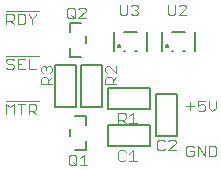
<source format=gto>
G75*
%MOIN*%
%OFA0B0*%
%FSLAX25Y25*%
%IPPOS*%
%LPD*%
%AMOC8*
5,1,8,0,0,1.08239X$1,22.5*
%
%ADD10C,0.00400*%
%ADD11C,0.00600*%
D10*
X0028217Y0011490D02*
X0027617Y0012091D01*
X0027617Y0014493D01*
X0028217Y0015093D01*
X0029418Y0015093D01*
X0030019Y0014493D01*
X0030019Y0012091D01*
X0029418Y0011490D01*
X0028217Y0011490D01*
X0028818Y0012691D02*
X0030019Y0011490D01*
X0031300Y0011490D02*
X0033702Y0011490D01*
X0032501Y0011490D02*
X0032501Y0015093D01*
X0031300Y0013892D01*
X0044117Y0013591D02*
X0044717Y0012990D01*
X0045918Y0012990D01*
X0046519Y0013591D01*
X0047800Y0012990D02*
X0050202Y0012990D01*
X0049001Y0012990D02*
X0049001Y0016593D01*
X0047800Y0015392D01*
X0046519Y0015993D02*
X0045918Y0016593D01*
X0044717Y0016593D01*
X0044117Y0015993D01*
X0044117Y0013591D01*
X0057117Y0017091D02*
X0057717Y0016490D01*
X0058918Y0016490D01*
X0059519Y0017091D01*
X0060800Y0016490D02*
X0063202Y0018892D01*
X0063202Y0019493D01*
X0062602Y0020093D01*
X0061401Y0020093D01*
X0060800Y0019493D01*
X0059519Y0019493D02*
X0058918Y0020093D01*
X0057717Y0020093D01*
X0057117Y0019493D01*
X0057117Y0017091D01*
X0060800Y0016490D02*
X0063202Y0016490D01*
X0066800Y0017493D02*
X0066800Y0015091D01*
X0067401Y0014490D01*
X0068602Y0014490D01*
X0069202Y0015091D01*
X0069202Y0016292D01*
X0068001Y0016292D01*
X0066800Y0017493D02*
X0067401Y0018093D01*
X0068602Y0018093D01*
X0069202Y0017493D01*
X0070483Y0018093D02*
X0072885Y0014490D01*
X0072885Y0018093D01*
X0074166Y0018093D02*
X0075968Y0018093D01*
X0076568Y0017493D01*
X0076568Y0015091D01*
X0075968Y0014490D01*
X0074166Y0014490D01*
X0074166Y0018093D01*
X0070483Y0018093D02*
X0070483Y0014490D01*
X0050202Y0025490D02*
X0047800Y0025490D01*
X0049001Y0025490D02*
X0049001Y0029093D01*
X0047800Y0027892D01*
X0046519Y0027292D02*
X0045918Y0026691D01*
X0044117Y0026691D01*
X0044117Y0025490D02*
X0044117Y0029093D01*
X0045918Y0029093D01*
X0046519Y0028493D01*
X0046519Y0027292D01*
X0045318Y0026691D02*
X0046519Y0025490D01*
X0043400Y0038490D02*
X0039797Y0038490D01*
X0039797Y0040292D01*
X0040397Y0040892D01*
X0041598Y0040892D01*
X0042199Y0040292D01*
X0042199Y0038490D01*
X0042199Y0039691D02*
X0043400Y0040892D01*
X0043400Y0042173D02*
X0040998Y0044575D01*
X0040397Y0044575D01*
X0039797Y0043975D01*
X0039797Y0042774D01*
X0040397Y0042173D01*
X0043400Y0042173D02*
X0043400Y0044575D01*
X0021900Y0043975D02*
X0021900Y0042774D01*
X0021299Y0042173D01*
X0020098Y0043374D02*
X0020098Y0043975D01*
X0020699Y0044575D01*
X0021299Y0044575D01*
X0021900Y0043975D01*
X0020098Y0043975D02*
X0019498Y0044575D01*
X0018897Y0044575D01*
X0018297Y0043975D01*
X0018297Y0042774D01*
X0018897Y0042173D01*
X0018897Y0040892D02*
X0020098Y0040892D01*
X0020699Y0040292D01*
X0020699Y0038490D01*
X0021900Y0038490D02*
X0018297Y0038490D01*
X0018297Y0040292D01*
X0018897Y0040892D01*
X0020699Y0039691D02*
X0021900Y0040892D01*
X0016568Y0043490D02*
X0014166Y0043490D01*
X0014166Y0047093D01*
X0012885Y0047093D02*
X0010483Y0047093D01*
X0010483Y0043490D01*
X0012885Y0043490D01*
X0011684Y0045292D02*
X0010483Y0045292D01*
X0009202Y0044691D02*
X0009202Y0044091D01*
X0008602Y0043490D01*
X0007401Y0043490D01*
X0006800Y0044091D01*
X0007401Y0045292D02*
X0008602Y0045292D01*
X0009202Y0044691D01*
X0007401Y0045292D02*
X0006800Y0045892D01*
X0006800Y0046493D01*
X0007401Y0047093D01*
X0008602Y0047093D01*
X0009202Y0046493D01*
X0006600Y0047890D02*
X0017649Y0047890D01*
X0015367Y0058490D02*
X0015367Y0060292D01*
X0016568Y0061493D01*
X0016568Y0062093D01*
X0017649Y0062890D02*
X0006600Y0062890D01*
X0006800Y0062093D02*
X0008602Y0062093D01*
X0009202Y0061493D01*
X0009202Y0060292D01*
X0008602Y0059691D01*
X0006800Y0059691D01*
X0006800Y0058490D02*
X0006800Y0062093D01*
X0008001Y0059691D02*
X0009202Y0058490D01*
X0010483Y0058490D02*
X0012285Y0058490D01*
X0012885Y0059091D01*
X0012885Y0061493D01*
X0012285Y0062093D01*
X0010483Y0062093D01*
X0010483Y0058490D01*
X0014166Y0061493D02*
X0015367Y0060292D01*
X0014166Y0061493D02*
X0014166Y0062093D01*
X0027117Y0061091D02*
X0027717Y0060490D01*
X0028918Y0060490D01*
X0029519Y0061091D01*
X0029519Y0063493D01*
X0028918Y0064093D01*
X0027717Y0064093D01*
X0027117Y0063493D01*
X0027117Y0061091D01*
X0028318Y0061691D02*
X0029519Y0060490D01*
X0030800Y0060490D02*
X0033202Y0062892D01*
X0033202Y0063493D01*
X0032602Y0064093D01*
X0031401Y0064093D01*
X0030800Y0063493D01*
X0030800Y0060490D02*
X0033202Y0060490D01*
X0044617Y0062091D02*
X0045217Y0061490D01*
X0046418Y0061490D01*
X0047019Y0062091D01*
X0047019Y0065093D01*
X0048300Y0064493D02*
X0048901Y0065093D01*
X0050102Y0065093D01*
X0050702Y0064493D01*
X0050702Y0063892D01*
X0050102Y0063292D01*
X0050702Y0062691D01*
X0050702Y0062091D01*
X0050102Y0061490D01*
X0048901Y0061490D01*
X0048300Y0062091D01*
X0049501Y0063292D02*
X0050102Y0063292D01*
X0044617Y0062091D02*
X0044617Y0065093D01*
X0060617Y0065093D02*
X0060617Y0062091D01*
X0061217Y0061490D01*
X0062418Y0061490D01*
X0063019Y0062091D01*
X0063019Y0065093D01*
X0064300Y0064493D02*
X0064901Y0065093D01*
X0066102Y0065093D01*
X0066702Y0064493D01*
X0066702Y0063892D01*
X0064300Y0061490D01*
X0066702Y0061490D01*
X0070483Y0033093D02*
X0070483Y0031292D01*
X0071684Y0031892D01*
X0072285Y0031892D01*
X0072885Y0031292D01*
X0072885Y0030091D01*
X0072285Y0029490D01*
X0071084Y0029490D01*
X0070483Y0030091D01*
X0069202Y0031292D02*
X0066800Y0031292D01*
X0068001Y0032493D02*
X0068001Y0030091D01*
X0070483Y0033093D02*
X0072885Y0033093D01*
X0074166Y0033093D02*
X0074166Y0030691D01*
X0075367Y0029490D01*
X0076568Y0030691D01*
X0076568Y0033093D01*
X0017649Y0032890D02*
X0006600Y0032890D01*
X0006800Y0032093D02*
X0008001Y0030892D01*
X0009202Y0032093D01*
X0009202Y0028490D01*
X0006800Y0028490D02*
X0006800Y0032093D01*
X0010483Y0032093D02*
X0012885Y0032093D01*
X0011684Y0032093D02*
X0011684Y0028490D01*
X0014166Y0028490D02*
X0014166Y0032093D01*
X0015968Y0032093D01*
X0016568Y0031493D01*
X0016568Y0030292D01*
X0015968Y0029691D01*
X0014166Y0029691D01*
X0015367Y0029691D02*
X0016568Y0028490D01*
D11*
X0023100Y0030790D02*
X0023100Y0044790D01*
X0030100Y0044790D01*
X0030100Y0030790D01*
X0023100Y0030790D01*
X0029616Y0027889D02*
X0033198Y0027889D01*
X0033198Y0024849D01*
X0028002Y0023471D02*
X0028002Y0021109D01*
X0033198Y0019731D02*
X0033198Y0016692D01*
X0029616Y0016692D01*
X0040600Y0017790D02*
X0040600Y0024790D01*
X0054600Y0024790D01*
X0054600Y0017790D01*
X0040600Y0017790D01*
X0056600Y0021290D02*
X0056600Y0035290D01*
X0063600Y0035290D01*
X0063600Y0021290D01*
X0056600Y0021290D01*
X0054600Y0030290D02*
X0054600Y0037290D01*
X0040600Y0037290D01*
X0040600Y0030290D01*
X0054600Y0030290D01*
X0038600Y0030790D02*
X0031600Y0030790D01*
X0031600Y0044790D01*
X0038600Y0044790D01*
X0038600Y0030790D01*
X0031584Y0047692D02*
X0028002Y0047692D01*
X0028002Y0050731D01*
X0033198Y0052109D02*
X0033198Y0054471D01*
X0028002Y0055849D02*
X0028002Y0058889D01*
X0031584Y0058889D01*
X0042502Y0055979D02*
X0042502Y0049601D01*
X0043966Y0051290D02*
X0043968Y0051329D01*
X0043974Y0051368D01*
X0043984Y0051406D01*
X0043997Y0051443D01*
X0044014Y0051478D01*
X0044034Y0051512D01*
X0044058Y0051543D01*
X0044085Y0051572D01*
X0044114Y0051598D01*
X0044146Y0051621D01*
X0044180Y0051641D01*
X0044216Y0051657D01*
X0044253Y0051669D01*
X0044292Y0051678D01*
X0044331Y0051683D01*
X0044370Y0051684D01*
X0044409Y0051681D01*
X0044448Y0051674D01*
X0044485Y0051663D01*
X0044522Y0051649D01*
X0044557Y0051631D01*
X0044590Y0051610D01*
X0044621Y0051585D01*
X0044649Y0051558D01*
X0044674Y0051528D01*
X0044696Y0051495D01*
X0044715Y0051461D01*
X0044730Y0051425D01*
X0044742Y0051387D01*
X0044750Y0051349D01*
X0044754Y0051310D01*
X0044754Y0051270D01*
X0044750Y0051231D01*
X0044742Y0051193D01*
X0044730Y0051155D01*
X0044715Y0051119D01*
X0044696Y0051085D01*
X0044674Y0051052D01*
X0044649Y0051022D01*
X0044621Y0050995D01*
X0044590Y0050970D01*
X0044557Y0050949D01*
X0044522Y0050931D01*
X0044485Y0050917D01*
X0044448Y0050906D01*
X0044409Y0050899D01*
X0044370Y0050896D01*
X0044331Y0050897D01*
X0044292Y0050902D01*
X0044253Y0050911D01*
X0044216Y0050923D01*
X0044180Y0050939D01*
X0044146Y0050959D01*
X0044114Y0050982D01*
X0044085Y0051008D01*
X0044058Y0051037D01*
X0044034Y0051068D01*
X0044014Y0051102D01*
X0043997Y0051137D01*
X0043984Y0051174D01*
X0043974Y0051212D01*
X0043968Y0051251D01*
X0043966Y0051290D01*
X0046045Y0049601D02*
X0046415Y0049601D01*
X0049785Y0049601D02*
X0050155Y0049601D01*
X0053698Y0049601D02*
X0053698Y0055979D01*
X0050155Y0055979D02*
X0046045Y0055979D01*
X0058502Y0055979D02*
X0058502Y0049601D01*
X0059966Y0051290D02*
X0059968Y0051329D01*
X0059974Y0051368D01*
X0059984Y0051406D01*
X0059997Y0051443D01*
X0060014Y0051478D01*
X0060034Y0051512D01*
X0060058Y0051543D01*
X0060085Y0051572D01*
X0060114Y0051598D01*
X0060146Y0051621D01*
X0060180Y0051641D01*
X0060216Y0051657D01*
X0060253Y0051669D01*
X0060292Y0051678D01*
X0060331Y0051683D01*
X0060370Y0051684D01*
X0060409Y0051681D01*
X0060448Y0051674D01*
X0060485Y0051663D01*
X0060522Y0051649D01*
X0060557Y0051631D01*
X0060590Y0051610D01*
X0060621Y0051585D01*
X0060649Y0051558D01*
X0060674Y0051528D01*
X0060696Y0051495D01*
X0060715Y0051461D01*
X0060730Y0051425D01*
X0060742Y0051387D01*
X0060750Y0051349D01*
X0060754Y0051310D01*
X0060754Y0051270D01*
X0060750Y0051231D01*
X0060742Y0051193D01*
X0060730Y0051155D01*
X0060715Y0051119D01*
X0060696Y0051085D01*
X0060674Y0051052D01*
X0060649Y0051022D01*
X0060621Y0050995D01*
X0060590Y0050970D01*
X0060557Y0050949D01*
X0060522Y0050931D01*
X0060485Y0050917D01*
X0060448Y0050906D01*
X0060409Y0050899D01*
X0060370Y0050896D01*
X0060331Y0050897D01*
X0060292Y0050902D01*
X0060253Y0050911D01*
X0060216Y0050923D01*
X0060180Y0050939D01*
X0060146Y0050959D01*
X0060114Y0050982D01*
X0060085Y0051008D01*
X0060058Y0051037D01*
X0060034Y0051068D01*
X0060014Y0051102D01*
X0059997Y0051137D01*
X0059984Y0051174D01*
X0059974Y0051212D01*
X0059968Y0051251D01*
X0059966Y0051290D01*
X0062045Y0049601D02*
X0062415Y0049601D01*
X0065785Y0049601D02*
X0066155Y0049601D01*
X0069698Y0049601D02*
X0069698Y0055979D01*
X0066155Y0055979D02*
X0062045Y0055979D01*
M02*

</source>
